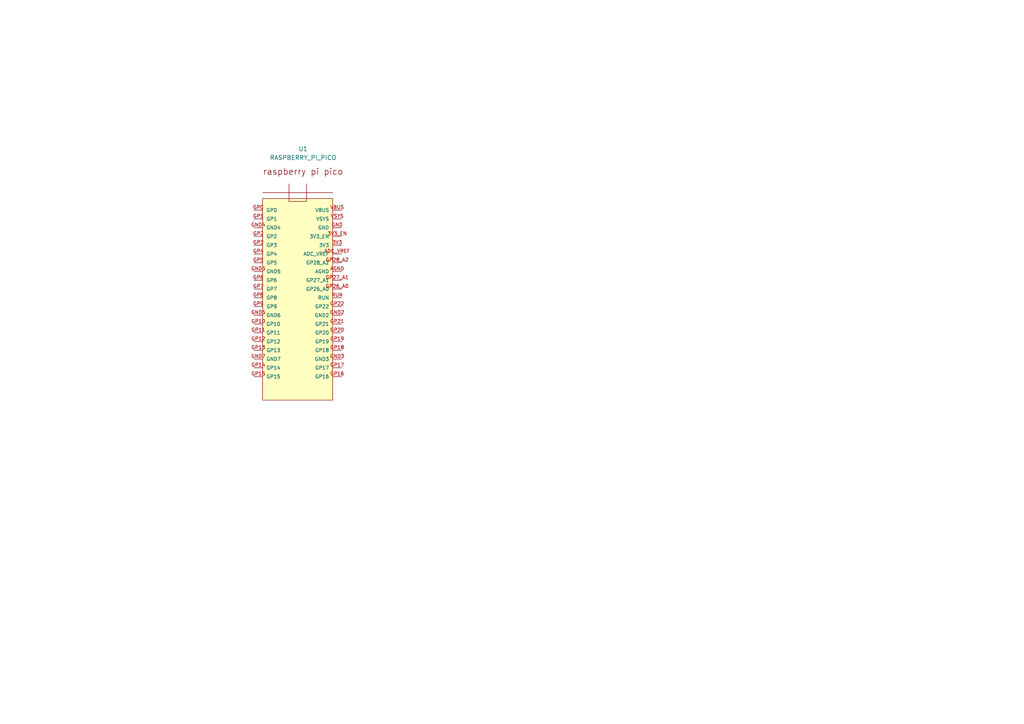
<source format=kicad_sch>
(kicad_sch (version 20250114) (generator "eeschema") (generator_version "9.0")
  (paper "A4")
  (lib_symbols
    (symbol "RASPBERRY_PI_PICO:RASPBERRY_PI_PICO" (pin_names (offset 1.016))
      (property "Reference" "U" (at 0 0 0))
      (property "Value" "RASPBERRY_PI_PICO" (at 0 0 0))
      (symbol "RASPBERRY_PI_PICO_0_0"
        (rectangle (start -7.62 -34.7604) (end 12.7 23.6596) (stroke (width 0.1524)) (fill (type background)))
        (polyline (pts (xy 0 27.94) (xy 0 22.86)) (stroke (width 0.1524)))
        (polyline (pts (xy 0 22.86) (xy 5.08 22.86)) (stroke (width 0.1524)))
        (polyline (pts (xy 5.08 22.86) (xy 5.08 27.94)) (stroke (width 0.1524)))
        (polyline (pts (xy 12.7 25.4) (xy -7.62 25.4)) (stroke (width 0.1524)))
        (text "raspberry pi pico" (at -7.62 30.48 0) (effects (font (size 1.778 1.778)) (justify left bottom)))
        (pin bidirectional line (at -10.16 20.32 0) (length 2.54) (name "GP0") (number "GP0"))
        (pin bidirectional line (at -10.16 17.78 0) (length 2.54) (name "GP1") (number "GP1"))
        (pin bidirectional line (at -10.16 15.24 0) (length 2.54) (name "GND4") (number "GND4"))
        (pin bidirectional line (at -10.16 12.7 0) (length 2.54) (name "GP2") (number "GP2"))
        (pin bidirectional line (at -10.16 10.16 0) (length 2.54) (name "GP3") (number "GP3"))
        (pin bidirectional line (at -10.16 7.62 0) (length 2.54) (name "GP4") (number "GP4"))
        (pin bidirectional line (at -10.16 5.08 0) (length 2.54) (name "GP5") (number "GP5"))
        (pin bidirectional line (at -10.16 2.54 0) (length 2.54) (name "GND5") (number "GND5"))
        (pin bidirectional line (at -10.16 0 0) (length 2.54) (name "GP6") (number "GP6"))
        (pin bidirectional line (at -10.16 -2.54 0) (length 2.54) (name "GP7") (number "GP7"))
        (pin bidirectional line (at -10.16 -5.08 0) (length 2.54) (name "GP8") (number "GP8"))
        (pin bidirectional line (at -10.16 -7.62 0) (length 2.54) (name "GP9") (number "GP9"))
        (pin bidirectional line (at -10.16 -10.16 0) (length 2.54) (name "GND6") (number "GND6"))
        (pin bidirectional line (at -10.16 -12.7 0) (length 2.54) (name "GP10") (number "GP10"))
        (pin bidirectional line (at -10.16 -15.24 0) (length 2.54) (name "GP11") (number "GP11"))
        (pin bidirectional line (at -10.16 -17.78 0) (length 2.54) (name "GP12") (number "GP12"))
        (pin bidirectional line (at -10.16 -20.32 0) (length 2.54) (name "GP13") (number "GP13"))
        (pin bidirectional line (at -10.16 -22.86 0) (length 2.54) (name "GND7") (number "GND7"))
        (pin bidirectional line (at -10.16 -25.4 0) (length 2.54) (name "GP14") (number "GP14"))
        (pin bidirectional line (at -10.16 -27.94 0) (length 2.54) (name "GP15") (number "GP15"))
        (pin bidirectional line (at 15.24 20.32 180) (length 2.54) (name "VBUS") (number "VBUS"))
        (pin bidirectional line (at 15.24 17.78 180) (length 2.54) (name "VSYS") (number "VSYS"))
        (pin bidirectional line (at 15.24 15.24 180) (length 2.54) (name "GND") (number "GND"))
        (pin bidirectional line (at 15.24 12.7 180) (length 2.54) (name "3V3_EN") (number "3V3_EN"))
        (pin bidirectional line (at 15.24 10.16 180) (length 2.54) (name "3V3") (number "3V3"))
        (pin bidirectional line (at 15.24 7.62 180) (length 2.54) (name "ADC_VREF") (number "ADC_VREF"))
        (pin bidirectional line (at 15.24 5.08 180) (length 2.54) (name "GP28_A2") (number "GP28_A2"))
        (pin bidirectional line (at 15.24 2.54 180) (length 2.54) (name "AGND") (number "AGND"))
        (pin bidirectional line (at 15.24 0 180) (length 2.54) (name "GP27_A1") (number "GP27_A1"))
        (pin bidirectional line (at 15.24 -2.54 180) (length 2.54) (name "GP26_A0") (number "GP26_A0"))
        (pin bidirectional line (at 15.24 -5.08 180) (length 2.54) (name "RUN") (number "RUN"))
        (pin bidirectional line (at 15.24 -7.62 180) (length 2.54) (name "GP22") (number "GP22"))
        (pin bidirectional line (at 15.24 -10.16 180) (length 2.54) (name "GND2") (number "GND2"))
        (pin bidirectional line (at 15.24 -12.7 180) (length 2.54) (name "GP21") (number "GP21"))
        (pin bidirectional line (at 15.24 -15.24 180) (length 2.54) (name "GP20") (number "GP20"))
        (pin bidirectional line (at 15.24 -17.78 180) (length 2.54) (name "GP19") (number "GP19"))
        (pin bidirectional line (at 15.24 -20.32 180) (length 2.54) (name "GP18") (number "GP18"))
        (pin bidirectional line (at 15.24 -22.86 180) (length 2.54) (name "GND3") (number "GND3"))
        (pin bidirectional line (at 15.24 -25.4 180) (length 2.54) (name "GP17") (number "GP17"))
        (pin bidirectional line (at 15.24 -27.94 180) (length 2.54) (name "GP16") (number "GP16"))
      )
    )
  )
  (symbol (lib_id "RASPBERRY_PI_PICO:RASPBERRY_PI_PICO") (at 83.82 81.28 0) (unit 1)
    (property "Reference" "U1" (at 87.9171 43.18 0))
    (property "Value" "RASPBERRY_PI_PICO" (at 87.9171 45.72 0))
    (property "Footprint" "Module:RaspberryPi_Pico_Common_THT" (effects (hide yes)))
    (property "MF" "Raspberry Pi" (effects (hide yes)))
    (property "Description_1" "Raspberry Pi Board, Arm Cortex-M0+; Core Architecture:Arm; Core Sub-Architecture:Cortex-M0+; Kit Contents:Raspberry Pi Pico Board; No. Of Bits:32Bit; Silicon Core Number:Rp2040; Silicon Manufacturer:Raspberry Pi |Raspberry-Pi RASPBERRY PI PICO" (effects (hide yes)))
    (property "Package" "None" (effects (hide yes)))
    (property "Price" "None" (effects (hide yes)))
    (property "SnapEDA_Link" "https://www.snapeda.com/parts/RASPBERRY%20PI%20PICO/Raspberry+Pi/view-part/?ref=snap" (effects (hide yes)))
    (property "MP" "RASPBERRY PI PICO" (effects (hide yes)))
    (property "Availability" "Not in stock" (effects (hide yes)))
    (property "Check_prices" "https://www.snapeda.com/parts/RASPBERRY%20PI%20PICO/Raspberry+Pi/view-part/?ref=eda" (effects (hide yes)))
  )
)
</source>
